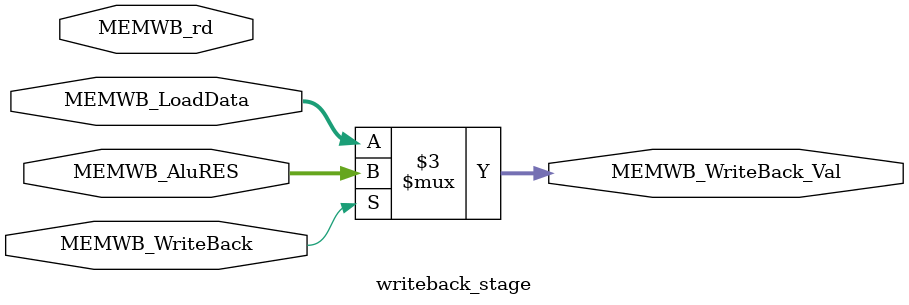
<source format=v>
module writeback_stage(
    input wire [31:0] MEMWB_LoadData,
    input wire [31:0] MEMWB_AluRES,
    input wire [4:0] MEMWB_rd,
    input wire MEMWB_WriteBack,
    output reg [31:0] MEMWB_WriteBack_Val
);
always @(*) begin
    if(MEMWB_WriteBack) begin
        MEMWB_WriteBack_Val = MEMWB_AluRES;
    end
    else begin
        MEMWB_WriteBack_Val = MEMWB_LoadData;
    end
end
endmodule
</source>
